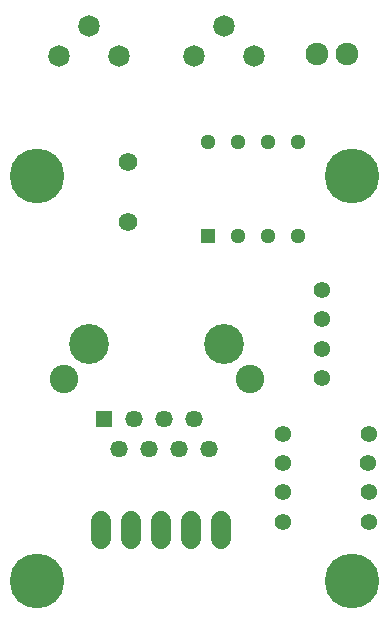
<source format=gbr>
G04 EAGLE Gerber RS-274X export*
G75*
%MOMM*%
%FSLAX34Y34*%
%LPD*%
%INSoldermask Top*%
%IPPOS*%
%AMOC8*
5,1,8,0,0,1.08239X$1,22.5*%
G01*
G04 Define Apertures*
%ADD10C,4.626991*%
%ADD11C,1.927000*%
%ADD12C,1.387000*%
%ADD13C,1.651000*%
%ADD14C,1.827000*%
%ADD15C,3.377000*%
%ADD16C,2.407000*%
%ADD17R,1.462000X1.462000*%
%ADD18C,1.462000*%
%ADD19C,1.577000*%
%ADD20R,1.297000X1.297000*%
%ADD21C,1.297000*%
D10*
X44450Y387350D03*
X44450Y44450D03*
X311150Y44450D03*
X311150Y387350D03*
D11*
X307340Y490220D03*
X281940Y490220D03*
D12*
X285750Y290830D03*
X285750Y265830D03*
X285750Y240830D03*
X285750Y215830D03*
D13*
X200535Y95125D02*
X200535Y79885D01*
X175135Y79885D02*
X175135Y95125D01*
X149735Y95125D02*
X149735Y79885D01*
X124335Y79885D02*
X124335Y95125D01*
X98935Y95125D02*
X98935Y79885D01*
D14*
X228600Y488950D03*
X203200Y514350D03*
X177800Y488950D03*
D15*
X88900Y245110D03*
X203200Y245110D03*
D16*
X67300Y215610D03*
X224800Y215610D03*
D17*
X101600Y181610D03*
D18*
X114300Y156210D03*
X127000Y181610D03*
X139700Y156210D03*
X152400Y181610D03*
X165100Y156210D03*
X177800Y181610D03*
X190500Y156210D03*
D14*
X114300Y488950D03*
X88900Y514350D03*
X63500Y488950D03*
D12*
X253360Y94332D03*
X325760Y94332D03*
X325760Y119380D03*
X253360Y119380D03*
X325408Y143862D03*
X253008Y143862D03*
D19*
X121920Y398780D03*
X121920Y347980D03*
D12*
X325760Y168910D03*
X253360Y168910D03*
D20*
X189230Y336220D03*
D21*
X214630Y336220D03*
X240030Y336220D03*
X265430Y336220D03*
X265430Y415620D03*
X240030Y415620D03*
X214630Y415620D03*
X189230Y415620D03*
M02*

</source>
